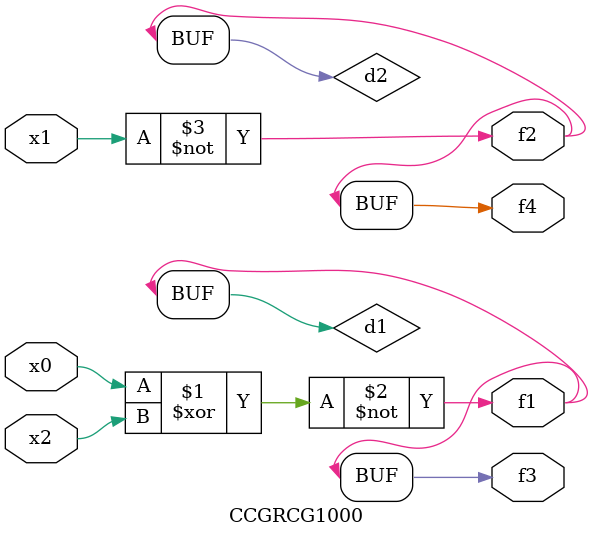
<source format=v>
module CCGRCG1000(
	input x0, x1, x2,
	output f1, f2, f3, f4
);

	wire d1, d2, d3;

	xnor (d1, x0, x2);
	nand (d2, x1);
	nor (d3, x1, x2);
	assign f1 = d1;
	assign f2 = d2;
	assign f3 = d1;
	assign f4 = d2;
endmodule

</source>
